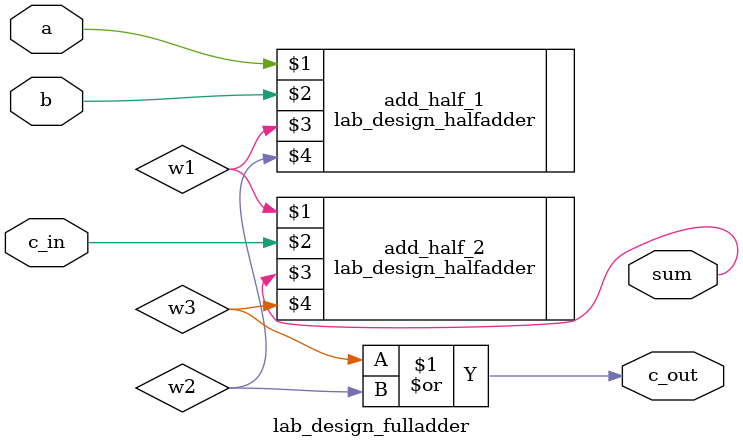
<source format=v>
`timescale 1ns / 1ps


module lab_design_fulladder(
    input a,
    input b,
    input c_in,
    output sum,
    output c_out
    );
    wire w1,w2,w3;
    
   lab_design_halfadder add_half_1(a, b,w1, w2);
   lab_design_halfadder add_half_2(w1, c_in,sum, w3);
   
    or or1 (c_out,w3,w2);
    
endmodule

</source>
